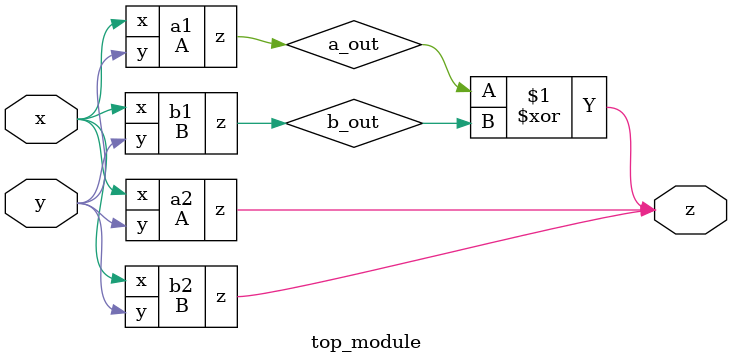
<source format=sv>
module A(
	input x,
	input y,
	output z);
	
	assign z = (x^y) & x;
	
endmodule
module B(
	input x,
	input y,
	output z);
	
	always @(x or y) begin
		case({x, y})
			2'b00: z = 1;
			2'b01: z = 0;
			2'b10: z = 0;
			2'b11: z = 1;
		endcase
	end
	
endmodule
module top_module(
	input x,
	input y,
	output z);
	
	wire a_out, b_out;
	
	A a1(.x(x), .y(y), .z(a_out));
	B b1(.x(x), .y(y), .z(b_out));
	
	A a2(.x(x), .y(y), .z(z));
	B b2(.x(x), .y(y), .z(z));
	
	assign z = a_out ^ b_out;
	
endmodule

</source>
